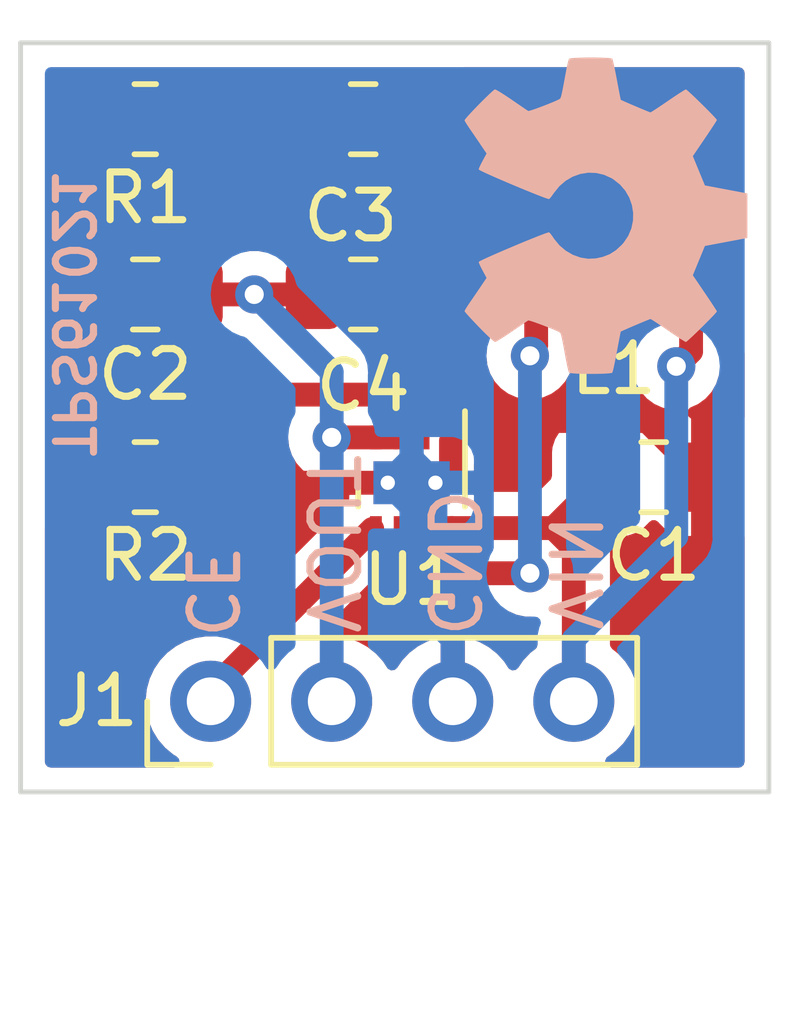
<source format=kicad_pcb>
(kicad_pcb (version 20211014) (generator pcbnew)
  (layers (0 "F.Cu" signal) (31 "B.Cu" signal) (34 "B.Paste" user) (35 "F.Paste" user) (36 "B.SilkS" user "B.Silkscreen") (37 "F.SilkS" user "F.Silkscreen") (38 "B.Mask" user) (39 "F.Mask" user) (44 "Edge.Cuts" user))
  (net 0 "")
  (net 1 "Net-(C1-Pad1)")
  (net 2 "Earth")
  (net 3 "Net-(C2-Pad1)")
  (net 4 "Net-(C2-Pad2)")
  (net 5 "Net-(J1-Pad1)")
  (net 6 "Net-(L1-Pad2)")
  (footprint "Inductor_SMD:L_Ferrocore_DLG-0403" (layer "F.Cu") (at 112.4427 103.632 180)
    (fp_text reference "L1" (at 0 -3.2) (layer "F.SilkS"))
    (fp_text value "0.47 uH")
    (fp_line (start -0.55 2.11) (end 0.55 2.11) (layer "F.SilkS") (width 0.12))
    (fp_line (start -0.55 -2.11) (end 0.55 -2.11) (layer "F.SilkS") (width 0.12))
    (pad "1" smd rect (at -1.625 0 180) (size 1.75 4.5) (layers "F.Cu" "F.Paste" "F.Mask") (net 1 "Net-(C1-Pad1)"))
    (pad "2" smd rect (at 1.625 0 180) (size 1.75 4.5) (layers "F.Cu" "F.Paste" "F.Mask") (net 6 "Net-(L1-Pad2)"))
  )
  (footprint "Capacitor_SMD:C_0805_2012Metric_Pad1.18x1.45mm_HandSolder" (layer "F.Cu") (at 107.188 105.273)
    (fp_text reference "C4" (at 0 1.915) (layer "F.SilkS"))
    (fp_text value "22 uF")
    (fp_line (start -0.261252 -0.735) (end 0.261252 -0.735) (layer "F.SilkS") (width 0.12))
    (fp_line (start -0.261252 0.735) (end 0.261252 0.735) (layer "F.SilkS") (width 0.12))
    (pad "1" smd roundrect (at -1.0375 0) (size 1.175 1.45) (layers "F.Cu" "F.Paste" "F.Mask") (roundrect_rratio 0.2127659574) (net 3 "Net-(C2-Pad1)"))
    (pad "2" smd roundrect (at 1.0375 0) (size 1.175 1.45) (layers "F.Cu" "F.Paste" "F.Mask") (roundrect_rratio 0.2127659574) (net 2 "Earth"))
  )
  (footprint "Resistor_SMD:R_0805_2012Metric_Pad1.20x1.40mm_HandSolder" (layer "F.Cu") (at 102.616 109.103)
    (fp_text reference "R2" (at 0 1.641) (layer "F.SilkS"))
    (fp_text value "100K")
    (fp_line (start -0.227064 -0.735) (end 0.227064 -0.735) (layer "F.SilkS") (width 0.12))
    (fp_line (start -0.227064 0.735) (end 0.227064 0.735) (layer "F.SilkS") (width 0.12))
    (pad "1" smd roundrect (at -1 0) (size 1.2 1.4) (layers "F.Cu" "F.Paste" "F.Mask") (roundrect_rratio 0.2083333333) (net 4 "Net-(C2-Pad2)"))
    (pad "2" smd roundrect (at 1 0) (size 1.2 1.4) (layers "F.Cu" "F.Paste" "F.Mask") (roundrect_rratio 0.2083333333) (net 2 "Earth"))
  )
  (footprint "Capacitor_SMD:C_0805_2012Metric_Pad1.18x1.45mm_HandSolder" (layer "F.Cu") (at 113.284 109.103)
    (fp_text reference "C1" (at 0 1.641) (layer "F.SilkS"))
    (fp_text value "10 uF")
    (fp_line (start -0.261252 -0.735) (end 0.261252 -0.735) (layer "F.SilkS") (width 0.12))
    (fp_line (start -0.261252 0.735) (end 0.261252 0.735) (layer "F.SilkS") (width 0.12))
    (pad "1" smd roundrect (at -1.0375 0) (size 1.175 1.45) (layers "F.Cu" "F.Paste" "F.Mask") (roundrect_rratio 0.2127659574) (net 1 "Net-(C1-Pad1)"))
    (pad "2" smd roundrect (at 1.0375 0) (size 1.175 1.45) (layers "F.Cu" "F.Paste" "F.Mask") (roundrect_rratio 0.2127659574) (net 2 "Earth"))
  )
  (footprint "Capacitor_SMD:C_0805_2012Metric_Pad1.18x1.45mm_HandSolder" (layer "F.Cu") (at 107.188 101.6)
    (fp_text reference "C3" (at -0.261252 2.032) (layer "F.SilkS"))
    (fp_text value "22 uF")
    (fp_line (start -0.261252 0.735) (end 0.261252 0.735) (layer "F.SilkS") (width 0.12))
    (fp_line (start -0.261252 -0.735) (end 0.261252 -0.735) (layer "F.SilkS") (width 0.12))
    (pad "1" smd roundrect (at -1.0375 0) (size 1.175 1.45) (layers "F.Cu" "F.Paste" "F.Mask") (roundrect_rratio 0.2127659574) (net 3 "Net-(C2-Pad1)"))
    (pad "2" smd roundrect (at 1.0375 0) (size 1.175 1.45) (layers "F.Cu" "F.Paste" "F.Mask") (roundrect_rratio 0.2127659574) (net 2 "Earth"))
  )
  (footprint "Capacitor_SMD:C_0805_2012Metric_Pad1.18x1.45mm_HandSolder" (layer "F.Cu") (at 102.616 105.273 180)
    (fp_text reference "C2" (at 0 -1.68) (layer "F.SilkS"))
    (fp_text value "10 pF")
    (fp_line (start -0.261252 -0.735) (end 0.261252 -0.735) (layer "F.SilkS") (width 0.12))
    (fp_line (start -0.261252 0.735) (end 0.261252 0.735) (layer "F.SilkS") (width 0.12))
    (pad "1" smd roundrect (at -1.0375 0 180) (size 1.175 1.45) (layers "F.Cu" "F.Paste" "F.Mask") (roundrect_rratio 0.2127659574) (net 3 "Net-(C2-Pad1)"))
    (pad "2" smd roundrect (at 1.0375 0 180) (size 1.175 1.45) (layers "F.Cu" "F.Paste" "F.Mask") (roundrect_rratio 0.2127659574) (net 4 "Net-(C2-Pad2)"))
  )
  (footprint "Connector_PinHeader_2.54mm:PinHeader_1x04_P2.54mm_Vertical" (layer "F.Cu") (at 103.987 113.8 90)
    (fp_text reference "J1" (at 0.008 -2.387) (layer "F.SilkS"))
    (fp_text value "Conn_01x04_Male")
    (fp_line (start 1.33 1.27) (end 1.33 8.95) (layer "F.SilkS") (width 0.12))
    (fp_line (start -1.33 8.95) (end 1.33 8.95) (layer "F.SilkS") (width 0.12))
    (fp_line (start -1.33 1.27) (end -1.33 8.95) (layer "F.SilkS") (width 0.12))
    (fp_line (start -1.33 -1.33) (end 0 -1.33) (layer "F.SilkS") (width 0.12))
    (fp_line (start -1.33 0) (end -1.33 -1.33) (layer "F.SilkS") (width 0.12))
    (fp_line (start -1.33 1.27) (end 1.33 1.27) (layer "F.SilkS") (width 0.12))
    (pad "1" thru_hole circle (at 0 0 90) (size 1.7 1.7) (drill 1) (layers *.Cu *.Mask) (net 5 "Net-(J1-Pad1)"))
    (pad "2" thru_hole oval (at 0 2.54 90) (size 1.7 1.7) (drill 1) (layers *.Cu *.Mask) (net 3 "Net-(C2-Pad1)"))
    (pad "3" thru_hole oval (at 0 5.08 90) (size 1.7 1.7) (drill 1) (layers *.Cu *.Mask) (net 2 "Earth"))
    (pad "4" thru_hole oval (at 0 7.62 90) (size 1.7 1.7) (drill 1) (layers *.Cu *.Mask) (net 1 "Net-(C1-Pad1)"))
  )
  (footprint "Package_SON:WSON-8-1EP_2x2mm_P0.5mm_EP0.9x1.6mm_ThermalVias" (layer "F.Cu") (at 108.204 109.22 -90)
    (fp_text reference "U1" (at 2.032 0) (layer "F.SilkS"))
    (fp_text value "TPS61021A")
    (fp_line (start -1.5 -1.12) (end 0.5 -1.12) (layer "F.SilkS") (width 0.12))
    (fp_line (start 0.5 1.12) (end -0.5 1.12) (layer "F.SilkS") (width 0.12))
    (pad "1" smd rect (at -0.95 -0.75 270) (size 0.5 0.25) (layers "F.Cu" "F.Paste" "F.Mask") (net 2 "Earth"))
    (pad "2" smd rect (at -0.95 -0.25 270) (size 0.5 0.25) (layers "F.Cu" "F.Paste" "F.Mask") (net 4 "Net-(C2-Pad2)"))
    (pad "3" smd rect (at -0.95 0.25 270) (size 0.5 0.25) (layers "F.Cu" "F.Paste" "F.Mask") (net 3 "Net-(C2-Pad1)"))
    (pad "4" smd rect (at -0.95 0.75 270) (size 0.5 0.25) (layers "F.Cu" "F.Paste" "F.Mask") (net 3 "Net-(C2-Pad1)"))
    (pad "5" smd rect (at 0.95 0.75 270) (size 0.5 0.25) (layers "F.Cu" "F.Paste" "F.Mask") (net 5 "Net-(J1-Pad1)"))
    (pad "6" smd rect (at 0.95 0.25 270) (size 0.5 0.25) (layers "F.Cu" "F.Paste" "F.Mask") (net 6 "Net-(L1-Pad2)"))
    (pad "7" smd rect (at 0.95 -0.25 270) (size 0.5 0.25) (layers "F.Cu" "F.Paste" "F.Mask") (net 6 "Net-(L1-Pad2)"))
    (pad "8" smd rect (at 0.95 -0.75 270) (size 0.5 0.25) (layers "F.Cu" "F.Paste" "F.Mask") (net 1 "Net-(C1-Pad1)"))
    (pad "9" smd rect (at 0 0 270) (size 0.9 1.6) (layers "F.Cu" "F.Mask") (net 2 "Earth"))
    (pad "9" smd rect (at 0 0 270) (size 0.9 1.6) (layers "B.Cu") (net 2 "Earth"))
    (pad "9" thru_hole circle (at 0 0.5 270) (size 0.6 0.6) (drill 0.3) (layers *.Cu) (net 2 "Earth"))
    (pad "9" thru_hole circle (at 0 -0.5 270) (size 0.6 0.6) (drill 0.3) (layers *.Cu) (net 2 "Earth"))
  )
  (footprint "Resistor_SMD:R_0805_2012Metric_Pad1.20x1.40mm_HandSolder" (layer "F.Cu") (at 102.616 101.6 180)
    (fp_text reference "R1" (at 0 -1.65) (layer "F.SilkS"))
    (fp_text value "316k")
    (fp_line (start -0.227064 0.735) (end 0.227064 0.735) (layer "F.SilkS") (width 0.12))
    (fp_line (start -0.227064 -0.735) (end 0.227064 -0.735) (layer "F.SilkS") (width 0.12))
    (pad "1" smd roundrect (at -1 0 180) (size 1.2 1.4) (layers "F.Cu" "F.Paste" "F.Mask") (roundrect_rratio 0.2083333333) (net 3 "Net-(C2-Pad1)"))
    (pad "2" smd roundrect (at 1 0 180) (size 1.2 1.4) (layers "F.Cu" "F.Paste" "F.Mask") (roundrect_rratio 0.2083333333) (net 4 "Net-(C2-Pad2)"))
  )
  (footprint "Symbol:OSHW-Symbol_6.7x6mm_SilkScreen" (layer "B.Cu") (at 112.268 103.632 90)
    (fp_text reference "REF**" hide)
    (fp_text value "OSHW-Symbol_6.7x6mm_SilkScreen" hide)
    (fp_poly (pts (xy 0.555814 2.531069) (xy 0.639635 2.086445) (xy 0.94892 1.958947) (xy 1.258206 1.831449) (xy 1.629246 2.083754) (xy 1.733157 2.154004) (xy 1.827087 2.216728) (xy 1.906652 2.269062) (xy 1.96747 2.308143) (xy 2.005157 2.331107) (xy 2.015421 2.336058) (xy 2.03391 2.323324) (xy 2.07342 2.288118) (xy 2.129522 2.234938) (xy 2.197787 2.168282) (xy 2.273786 2.092646) (xy 2.353092 2.012528) (xy 2.431275 1.932426) (xy 2.503907 1.856836) (xy 2.566559 1.790255) (xy 2.614803 1.737182) (xy 2.64421 1.702113) (xy 2.651241 1.690377) (xy 2.641123 1.66874) (xy 2.612759 1.621338) (xy 2.569129 1.552807) (xy 2.513218 1.467785) (xy 2.448006 1.370907) (xy 2.410219 1.31565) (xy 2.341343 1.214752) (xy 2.28014 1.123701) (xy 2.229578 1.04703) (xy 2.192628 0.989272) (xy 2.172258 0.954957) (xy 2.169197 0.947746) (xy 2.176136 0.927252) (xy 2.195051 0.879487) (xy 2.223087 0.811168) (xy 2.257391 0.729011) (xy 2.295109 0.63973) (xy 2.333387 0.550042) (xy 2.36937 0.466662) (xy 2.400206 0.396306) (xy 2.423039 0.34569) (xy 2.435017 0.321529) (xy 2.435724 0.320578) (xy 2.454531 0.315964) (xy 2.504618 0.305672) (xy 2.580793 0.290713) (xy 2.677865 0.272099) (xy 2.790643 0.250841) (xy 2.856442 0.238582) (xy 2.97695 0.215638) (xy 3.085797 0.193805) (xy 3.177476 0.174278) (xy 3.246481 0.158252) (xy 3.287304 0.146921) (xy 3.295511 0.143326) (xy 3.303548 0.118994) (xy 3.310033 0.064041) (xy 3.31497 -0.015108) (xy 3.318364 -0.112026) (xy 3.320218 -0.220287) (xy 3.320538 -0.333465) (xy 3.319327 -0.445135) (xy 3.31659 -0.548868) (xy 3.312331 -0.638241) (xy 3.306555 -0.706826) (xy 3.299267 -0.748197) (xy 3.294895 -0.75681) (xy 3.268764 -0.767133) (xy 3.213393 -0.781892) (xy 3.136107 -0.799352) (xy 3.04423 -0.81778) (xy 3.012158 -0.823741) (xy 2.857524 -0.852066) (xy 2.735375 -0.874876) (xy 2.641673 -0.89308) (xy 2.572384 -0.907583) (xy 2.523471 -0.919292) (xy 2.490897 -0.929115) (xy 2.470628 -0.937956) (xy 2.458626 -0.946724) (xy 2.456947 -0.948457) (xy 2.440184 -0.976371) (xy 2.414614 -1.030695) (xy 2.382788 -1.104777) (xy 2.34726 -1.191965) (xy 2.310583 -1.285608) (xy 2.275311 -1.379052) (xy 2.243996 -1.465647) (xy 2.219193 -1.53874) (xy 2.203454 -1.591678) (xy 2.199332 -1.617811) (xy 2.199676 -1.618726) (xy 2.213641 -1.640086) (xy 2.245322 -1.687084) (xy 2.291391 -1.754827) (xy 2.348518 -1.838423) (xy 2.413373 -1.932982) (xy 2.431843 -1.959854) (xy 2.497699 -2.057275) (xy 2.55565 -2.146163) (xy 2.602538 -2.221412) (xy 2.635207 -2.27792) (xy 2.6505 -2.310581) (xy 2.651241 -2.314593) (xy 2.638392 -2.335684) (xy 2.602888 -2.377464) (xy 2.549293 -2.435445) (xy 2.482171 -2.505135) (xy 2.406087 -2.582045) (xy 2.325604 -2.661683) (xy 2.245287 -2.739561) (xy 2.169699 -2.811186) (xy 2.103405 -2.87207) (xy 2.050969 -2.917721) (xy 2.016955 -2.94365) (xy 2.007545 -2.947883) (xy 1.985643 -2.937912) (xy 1.9408 -2.91102) (xy 1.880321 -2.871736) (xy 1.833789 -2.840117) (xy 1.749475 -2.782098) (xy 1.649626 -2.713784) (xy 1.549473 -2.645579) (xy 1.495627 -2.609075) (xy 1.313371 -2.4858) (xy 1.160381 -2.56852) (xy 1.090682 -2.604759) (xy 1.031414 -2.632926) (xy 0.991311 -2.648991) (xy 0.981103 -2.651226) (xy 0.968829 -2.634722) (xy 0.944613 -2.588082) (xy 0.910263 -2.515609) (xy 0.867588 -2.421606) (xy 0.818394 -2.310374) (xy 0.76449 -2.186215) (xy 0.707684 -2.053432) (xy 0.649782 -1.916327) (xy 0.592593 -1.779202) (xy 0.537924 -1.646358) (xy 0.487584 -1.522098) (xy 0.44338 -1.410725) (xy 0.407119 -1.316539) (xy 0.380609 -1.243844) (xy 0.365658 -1.196941) (xy 0.363254 -1.180833) (xy 0.382311 -1.160286) (xy 0.424036 -1.126933) (xy 0.479706 -1.087702) (xy 0.484378 -1.084599) (xy 0.628264 -0.969423) (xy 0.744283 -0.835053) (xy 0.83143 -0.685784) (xy 0.888699 -0.525913) (xy 0.915086 -0.359737) (xy 0.909585 -0.191552) (xy 0.87119 -0.025655) (xy 0.798895 0.133658) (xy 0.777626 0.168513) (xy 0.666996 0.309263) (xy 0.536302 0.422286) (xy 0.390064 0.506997) (xy 0.232808 0.562806) (xy 0.069057 0.589126) (xy -0.096667 0.58537) (xy -0.259838 0.55095) (xy -0.415935 0.485277) (xy -0.560433 0.387765) (xy -0.605131 0.348187) (xy -0.718888 0.224297) (xy -0.801782 0.093876) (xy -0.858644 -0.052315) (xy -0.890313 -0.197088) (xy -0.898131 -0.35986) (xy -0.872062 -0.52344) (xy -0.814755 -0.682298) (xy -0.728856 -0.830906) (xy -0.617014 -0.963735) (xy -0.481877 -1.075256) (xy -0.464117 -1.087011) (xy -0.40785 -1.125508) (xy -0.365077 -1.158863) (xy -0.344628 -1.18016) (xy -0.344331 -1.180833) (xy -0.348721 -1.203871) (xy -0.366124 -1.256157) (xy -0.394732 -1.33339) (xy -0.432735 -1.431268) (xy -0.478326 -1.545491) (xy -0.529697 -1.671758) (xy -0.585038 -1.805767) (xy -0.642542 -1.943218) (xy -0.700399 -2.079808) (xy -0.756802 -2.211237) (xy -0.809942 -2.333205) (xy -0.85801 -2.441409) (xy -0.899199 -2.531549) (xy -0.931699 -2.599323) (xy -0.953703 -2.64043) (xy -0.962564 -2.651226) (xy -0.98964 -2.642819) (xy -1.040303 -2.620272) (xy -1.105817 -2.587613) (xy -1.141841 -2.56852) (xy -1.294832 -2.4858) (xy -1.477088 -2.609075) (xy -1.570125 -2.672228) (xy -1.671985 -2.741727) (xy -1.767438 -2.807165) (xy -1.81525 -2.840117) (xy -1.882495 -2.885273) (xy -1.939436 -2.921057) (xy -1.978646 -2.942938) (xy -1.991381 -2.947563) (xy -2.009917 -2.935085) (xy -2.050941 -2.900252) (xy -2.110475 -2.846678) (xy -2.184542 -2.777983) (xy -2.269165 -2.697781) (xy -2.322685 -2.646286) (xy -2.416319 -2.554286) (xy -2.497241 -2.471999) (xy -2.562177 -2.402945) (xy -2.607858 -2.350644) (xy -2.631011 -2.318616) (xy -2.633232 -2.312116) (xy -2.622924 -2.287394) (xy -2.594439 -2.237405) (xy -2.550937 -2.167212) (xy -2.495577 -2.081875) (xy -2.43152 -1.986456) (xy -2.413303 -1.959854) (xy -2.346927 -1.863167) (xy -2.287378 -1.776117) (xy -2.237984 -1.703595) (xy -2.202075 -1.650493) (xy -2.182981 -1.621703) (xy -2.181136 -1.618726) (xy -2.183895 -1.595782) (xy -2.198538 -1.545336) (xy -2.222513 -1.474041) (xy -2.253266 -1.388547) (xy -2.288244 -1.295507) (xy -2.324893 -1.201574) (xy -2.360661 -1.113399) (xy -2.392994 -1.037634) (xy -2.419338 -0.980931) (xy -2.437142 -0.949943) (xy -2.438407 -0.948457) (xy -2.449294 -0.939601) (xy -2.467682 -0.930843) (xy -2.497606 -0.921277) (xy -2.543103 -0.909996) (xy -2.608209 -0.896093) (xy -2.696961 -0.878663) (xy -2.813393 -0.856798) (xy -2.961542 -0.829591) (xy -2.993618 -0.823741) (xy -3.088686 -0.805374) (xy -3.171565 -0.787405) (xy -3.23493 -0.771569) (xy -3.271458 -0.7596) (xy -3.276356 -0.75681) (xy -3.284427 -0.732072) (xy -3.290987 -0.67679) (xy -3.296033 -0.597389) (xy -3.299559 -0.500296) (xy -3.301561 -0.391938) (xy -3.302036 -0.27874) (xy -3.300977 -0.167128) (xy -3.298382 -0.063529) (xy -3.294246 0.025632) (xy -3.288563 0.093928) (xy -3.281331 0.134934) (xy -3.276971 0.143326) (xy -3.252698 0.151792) (xy -3.197426 0.165565) (xy -3.116662 0.18345) (xy -3.015912 0.204252) (xy -2.900683 0.226777) (xy -2.837902 0.238582) (xy -2.718787 0.260849) (xy -2.612565 0.281021) (xy -2.524427 0.298085) (xy -2.459566 0.311031) (xy -2.423174 0.318845) (xy -2.417184 0.320578) (xy -2.407061 0.34011) (xy -2.385662 0.387157) (xy -2.355839 0.454997) (xy -2.320445 0.536909) (xy -2.282332 0.626172) (xy -2.244353 0.716065) (xy -2.20936 0.799865) (xy -2.180206 0.870853) (xy -2.159743 0.922306) (xy -2.150823 0.947503) (xy -2.150657 0.948604) (xy -2.160769 0.968481) (xy -2.189117 1.014223) (xy -2.232723 1.081283) (xy -2.288606 1.165116) (xy -2.353787 1.261174) (xy -2.391679 1.31635) (xy -2.460725 1.417519) (xy -2.52205 1.50937) (xy -2.572663 1.587256) (xy -2.609571 1.646531) (xy -2.629782 1.682549) (xy -2.632701 1.690623) (xy -2.620153 1.709416) (xy -2.585463 1.749543) (xy -2.533063 1.806507) (xy -2.467384 1.875815) (xy -2.392856 1.952969) (xy -2.313913 2.033475) (xy -2.234983 2.112837) (xy -2.1605 2.18656) (xy -2.094894 2.250148) (xy -2.042596 2.299106) (xy -2.008039 2.328939) (xy -1.996478 2.336058) (xy -1.977654 2.326047) (xy -1.932631 2.297922) (xy -1.865787 2.254546) (xy -1.781499 2.198782) (xy -1.684144 2.133494) (xy -1.610707 2.083754) (xy -1.239667 1.831449) (xy -0.621095 2.086445) (xy -0.537275 2.531069) (xy -0.453454 2.975693) (xy 0.471994 2.975693) (xy 0.555814 2.531069)) (layer "B.SilkS") (width 0.01) (fill solid))
  )
  (gr_line (start 115.7 100) (end 115.7 115.7) (layer "Edge.Cuts") (width 0.1))
  (gr_line (start 100 100) (end 115.7 100) (layer "Edge.Cuts") (width 0.1))
  (gr_line (start 100 115.7) (end 115.7 115.7) (layer "Edge.Cuts") (width 0.1))
  (gr_line (start 100 100) (end 100 115.7) (layer "Edge.Cuts") (width 0.1))
  (gr_text "CE" (at 103.987 111.5 -90) (layer "B.SilkS") (effects (font (size 1 1)) (justify mirror)))
  (gr_text "VIN" (at 111.607 111.1 -90) (layer "B.SilkS") (effects (font (size 1 1)) (justify mirror)))
  (gr_text "TPS61021" (at 101.092 105.664 -90) (layer "B.SilkS") (effects (font (size 0.8 0.8)) (justify mirror)))
  (gr_text "GND" (at 109.067 110.9 -90) (layer "B.SilkS") (effects (font (size 1 1)) (justify mirror)))
  (gr_text "VOUT" (at 106.527 110.5 -90) (layer "B.SilkS") (effects (font (size 1 1)) (justify mirror)))
  (segment (start 111.607 113.8) (end 111.607 110.5975) (width 0.5) (layer "F.Cu") (net 1))
  (segment (start 111.1795 110.17) (end 112.2465 109.103) (width 0.5) (layer "F.Cu") (net 1))
  (segment (start 113.7575 106.7788) (end 114.0677 106.4686) (width 0.5) (layer "F.Cu") (net 1))
  (segment (start 109.0295 110.17) (end 111.1795 110.17) (width 0.5) (layer "F.Cu") (net 1))
  (segment (start 111.607 110.5975) (end 111.1795 110.17) (width 0.5) (layer "F.Cu") (net 1))
  (segment (start 109.0295 110.17) (end 108.954 110.17) (width 0.2498) (layer "F.Cu") (net 1))
  (segment (start 114.0677 106.4686) (end 114.0677 103.632) (width 0.5) (layer "F.Cu") (net 1))
  (via (at 113.7575 106.7788) (size 0.8) (drill 0.4) (layers "F.Cu" "B.Cu") (net 1))
  (segment (start 111.607 112.4997) (end 113.7575 110.3492) (width 0.5) (layer "B.Cu") (net 1))
  (segment (start 113.7575 110.3492) (end 113.7575 106.7788) (width 0.5) (layer "B.Cu") (net 1))
  (segment (start 111.607 113.8) (end 111.607 112.4997) (width 0.5) (layer "B.Cu") (net 1))
  (segment (start 108.2255 105.273) (end 109.2983 106.3458) (width 0.5) (layer "F.Cu") (net 2))
  (segment (start 108.704 109.22) (end 109.0294 108.8946) (width 0.5) (layer "F.Cu") (net 2))
  (segment (start 103.733 109.22) (end 107.704 109.22) (width 0.5) (layer "F.Cu") (net 2))
  (segment (start 108.204 109.22) (end 107.704 109.22) (width 0.5) (layer "F.Cu") (net 2))
  (segment (start 109.2983 106.3458) (end 109.2983 107.9257) (width 0.5) (layer "F.Cu") (net 2))
  (segment (start 108.2255 101.6) (end 108.2255 105.273) (width 0.5) (layer "F.Cu") (net 2))
  (segment (start 109.0294 108.3454) (end 108.954 108.27) (width 0.2498) (layer "F.Cu") (net 2))
  (segment (start 109.2983 107.9257) (end 113.1442 107.9257) (width 0.5) (layer "F.Cu") (net 2))
  (segment (start 109.2983 107.9257) (end 109.2101 108.0139) (width 0.5) (layer "F.Cu") (net 2))
  (segment (start 108.704 109.22) (end 108.204 109.22) (width 0.5) (layer "F.Cu") (net 2))
  (segment (start 109.2101 108.0139) (end 108.954 108.27) (width 0.2498) (layer "F.Cu") (net 2))
  (segment (start 103.616 109.103) (end 103.733 109.22) (width 0.5) (layer "F.Cu") (net 2))
  (segment (start 109.0294 108.8946) (end 109.0294 108.3454) (width 0.5) (layer "F.Cu") (net 2))
  (segment (start 113.1442 107.9257) (end 114.3215 109.103) (width 0.5) (layer "F.Cu") (net 2))
  (segment (start 109.067 113.8) (end 109.067 112.4997) (width 0.5) (layer "B.Cu") (net 2))
  (segment (start 108.704 109.22) (end 108.704 112.1367) (width 0.5) (layer "B.Cu") (net 2))
  (segment (start 108.704 112.1367) (end 109.067 112.4997) (width 0.5) (layer "B.Cu") (net 2))
  (segment (start 108.704 109.22) (end 108.204 109.22) (width 0.5) (layer "B.Cu") (net 2))
  (segment (start 103.6535 101.6) (end 103.6535 105.273) (width 0.5) (layer "F.Cu") (net 3))
  (segment (start 107.8785 108.27) (end 107.954 108.27) (width 0.2498) (layer "F.Cu") (net 3))
  (segment (start 103.6535 101.6) (end 106.1505 101.6) (width 0.5) (layer "F.Cu") (net 3))
  (segment (start 103.616 101.6) (end 103.6535 101.6) (width 0.5) (layer "F.Cu") (net 3))
  (segment (start 104.902 105.273) (end 106.1505 105.273) (width 0.5) (layer "F.Cu") (net 3))
  (segment (start 103.6535 105.273) (end 104.902 105.273) (width 0.5) (layer "F.Cu") (net 3))
  (segment (start 106.527 108.27) (end 107.454 108.27) (width 0.5) (layer "F.Cu") (net 3))
  (segment (start 107.454 108.27) (end 107.8785 108.27) (width 0.5) (layer "F.Cu") (net 3))
  (via (at 106.527 108.27) (size 0.8) (drill 0.4) (layers "F.Cu" "B.Cu") (net 3))
  (via (at 104.902 105.273) (size 0.8) (drill 0.4) (layers "F.Cu" "B.Cu") (net 3))
  (segment (start 106.527 108.27) (end 106.527 106.898) (width 0.5) (layer "B.Cu") (net 3))
  (segment (start 106.527 106.898) (end 104.902 105.273) (width 0.5) (layer "B.Cu") (net 3))
  (segment (start 106.527 113.8) (end 106.527 108.27) (width 0.5) (layer "B.Cu") (net 3))
  (segment (start 108.454 107.5696) (end 108.454 108.27) (width 0.2498) (layer "F.Cu") (net 4))
  (segment (start 101.616 107.3725) (end 101.616 109.103) (width 0.5) (layer "F.Cu") (net 4))
  (segment (start 101.616 101.6) (end 101.616 105.2355) (width 0.5) (layer "F.Cu") (net 4))
  (segment (start 101.5785 105.273) (end 101.616 105.3105) (width 0.5) (layer "F.Cu") (net 4))
  (segment (start 101.616 105.2355) (end 101.5785 105.273) (width 0.5) (layer "F.Cu") (net 4))
  (segment (start 101.616 105.3105) (end 101.616 107.3725) (width 0.5) (layer "F.Cu") (net 4))
  (segment (start 108.2569 107.3725) (end 101.616 107.3725) (width 0.5) (layer "F.Cu") (net 4))
  (segment (start 108.454 107.5696) (end 108.2569 107.3725) (width 0.5) (layer "F.Cu") (net 4))
  (segment (start 107.3786 110.1905) (end 107.3991 110.17) (width 0.2498) (layer "F.Cu") (net 5))
  (segment (start 103.987 113.5821) (end 103.987 113.8) (width 0.5) (layer "F.Cu") (net 5))
  (segment (start 107.3991 110.17) (end 107.454 110.17) (width 0.2498) (layer "F.Cu") (net 5))
  (segment (start 107.3786 110.1905) (end 103.987 113.5821) (width 0.5) (layer "F.Cu") (net 5))
  (segment (start 110.6867 106.4633) (end 110.6867 106.5594) (width 0.5) (layer "F.Cu") (net 6))
  (segment (start 108.2101 110.4261) (end 107.954 110.17) (width 0.2498) (layer "F.Cu") (net 6))
  (segment (start 108.225 110.4261) (end 108.225 110.399) (width 0.5) (layer "F.Cu") (net 6))
  (segment (start 110.8177 103.632) (end 110.8177 106.3323) (width 0.5) (layer "F.Cu") (net 6))
  (segment (start 108.225 110.399) (end 108.454 110.17) (width 0.2498) (layer "F.Cu") (net 6))
  (segment (start 108.834 111.1169) (end 110.6867 111.1169) (width 0.5) (layer "F.Cu") (net 6))
  (segment (start 108.2101 110.4261) (end 108.225 110.4261) (width 0.5) (layer "F.Cu") (net 6))
  (segment (start 110.8177 106.3323) (end 110.6867 106.4633) (width 0.5) (layer "F.Cu") (net 6))
  (segment (start 108.225 110.5079) (end 108.834 111.1169) (width 0.5) (layer "F.Cu") (net 6))
  (segment (start 108.225 110.4261) (end 108.225 110.5079) (width 0.5) (layer "F.Cu") (net 6))
  (via (at 110.6867 111.1169) (size 0.8) (drill 0.4) (layers "F.Cu" "B.Cu") (net 6))
  (via (at 110.6867 106.5594) (size 0.8) (drill 0.4) (layers "F.Cu" "B.Cu") (net 6))
  (segment (start 110.6867 111.1169) (end 110.6867 106.5594) (width 0.5) (layer "B.Cu") (net 6))
  (zone (net 2) (net_name "Earth") (layers F&B.Cu) (connect_pads (clearance 0.508)) (min_thickness 0.254) (fill yes (thermal_gap 0.508) (thermal_bridge_width 0.508))
    (polygon (pts (xy 116.332 116.332) (xy 99.568 116.332) (xy 99.568 99.568) (xy 116.332 99.568)))
  )
)
</source>
